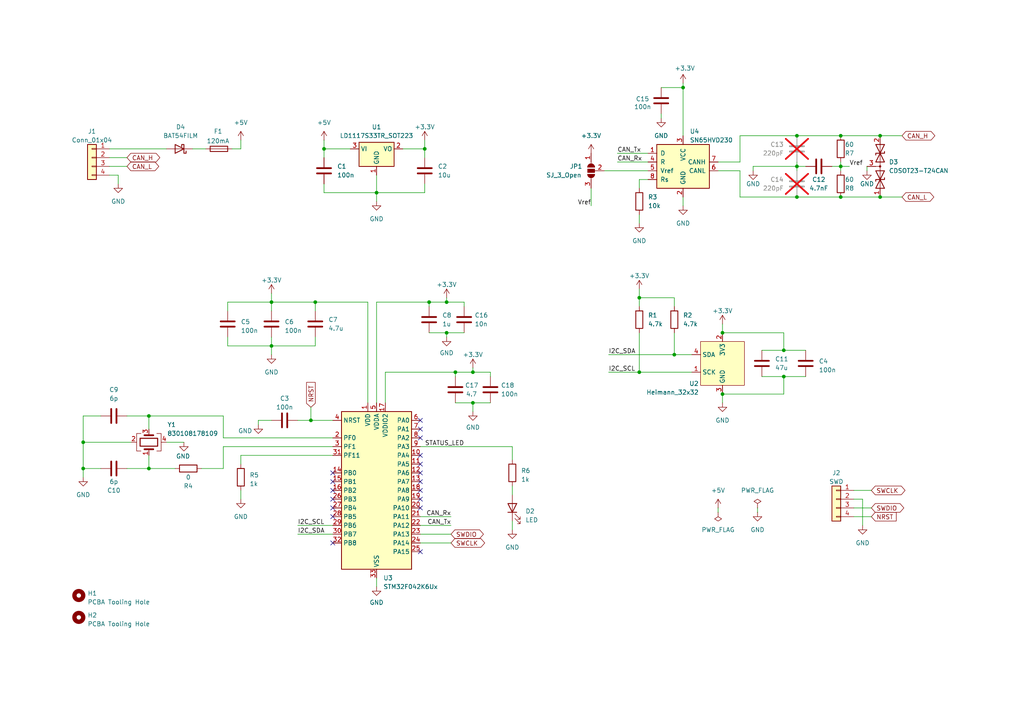
<source format=kicad_sch>
(kicad_sch (version 20231120) (generator "eeschema") (generator_version "8.0")
  (paper "A4")
  (lib_symbols
    (symbol "Connector_Generic:Conn_01x04" (pin_names (offset 1.016) hide)
      (property "Reference" "J" (at 0 5.08 0))
      (property "Value" "Conn_01x04" (at 0 -7.62 0))
      (symbol "Conn_01x04_1_1"
        (rectangle (start -1.27 -4.953) (end 0 -5.207) (stroke (width 0.1524)))
        (rectangle (start -1.27 -2.413) (end 0 -2.667) (stroke (width 0.1524)))
        (rectangle (start -1.27 0.127) (end 0 -0.127) (stroke (width 0.1524)))
        (rectangle (start -1.27 2.667) (end 0 2.413) (stroke (width 0.1524)))
        (rectangle (start -1.27 3.81) (end 1.27 -6.35) (stroke (width 0.254)) (fill (type background)))
        (pin passive line (at -5.08 2.54 0) (length 3.81) (name "Pin_1") (number "1"))
        (pin passive line (at -5.08 0 0) (length 3.81) (name "Pin_2") (number "2"))
        (pin passive line (at -5.08 -2.54 0) (length 3.81) (name "Pin_3") (number "3"))
        (pin passive line (at -5.08 -5.08 0) (length 3.81) (name "Pin_4") (number "4"))
      )
    )
    (symbol "Device:C" (pin_numbers hide) (pin_names (offset 0.254))
      (property "Reference" "C" (at 0.635 2.54 0))
      (property "Value" "C" (at 0.635 -2.54 0))
      (symbol "C_0_1"
        (polyline (pts (xy -2.032 -0.762) (xy 2.032 -0.762)) (stroke (width 0.508)))
        (polyline (pts (xy -2.032 0.762) (xy 2.032 0.762)) (stroke (width 0.508)))
      )
      (symbol "C_1_1"
        (pin passive line (at 0 3.81 270) (length 2.794) (name "~") (number "1"))
        (pin passive line (at 0 -3.81 90) (length 2.794) (name "~") (number "2"))
      )
    )
    (symbol "Device:D_Schottky" (pin_numbers hide) (pin_names (offset 1.016) hide)
      (property "Reference" "D" (at 0 2.54 0))
      (property "Value" "D_Schottky" (at 0 -2.54 0))
      (symbol "D_Schottky_0_1"
        (polyline (pts (xy 1.27 0) (xy -1.27 0)))
        (polyline (pts (xy 1.27 1.27) (xy 1.27 -1.27) (xy -1.27 0) (xy 1.27 1.27)) (stroke (width 0.254)))
        (polyline (pts (xy -1.905 0.635) (xy -1.905 1.27) (xy -1.27 1.27) (xy -1.27 -1.27) (xy -0.635 -1.27) (xy -0.635 -0.635)) (stroke (width 0.254)))
      )
      (symbol "D_Schottky_1_1"
        (pin passive line (at -3.81 0 0) (length 2.54) (name "K") (number "1"))
        (pin passive line (at 3.81 0 180) (length 2.54) (name "A") (number "2"))
      )
    )
    (symbol "Device:D_TVS_Dual_AAC" (pin_names (offset 1.016) hide)
      (property "Reference" "D" (at 0 4.445 0))
      (property "Value" "D_TVS_Dual_AAC" (at 0 2.54 0))
      (symbol "D_TVS_Dual_AAC_0_0"
        (polyline (pts (xy 0 -1.27) (xy 0 0)))
      )
      (symbol "D_TVS_Dual_AAC_0_1"
        (polyline (pts (xy -6.35 0) (xy 6.35 0)))
        (polyline (pts (xy -3.302 1.27) (xy -3.81 1.27) (xy -3.81 -1.27) (xy -4.318 -1.27)) (stroke (width 0.254)))
        (polyline (pts (xy 4.318 1.27) (xy 3.81 1.27) (xy 3.81 -1.27) (xy 3.302 -1.27)) (stroke (width 0.254)))
        (polyline (pts (xy -6.35 1.27) (xy -1.27 -1.27) (xy -1.27 1.27) (xy -6.35 -1.27) (xy -6.35 1.27)) (stroke (width 0.254)))
        (polyline (pts (xy 6.35 1.27) (xy 1.27 -1.27) (xy 1.27 1.27) (xy 6.35 -1.27) (xy 6.35 1.27)) (stroke (width 0.254)))
        (circle (center 0 0) (radius 0.254) (fill (type outline)))
      )
      (symbol "D_TVS_Dual_AAC_1_1"
        (pin passive line (at -8.89 0 0) (length 2.54) (name "A1") (number "1"))
        (pin passive line (at 8.89 0 180) (length 2.54) (name "A2") (number "2"))
        (pin input line (at 0 -3.81 90) (length 2.54) (name "common") (number "3"))
      )
    )
    (symbol "Device:Fuse" (pin_numbers hide) (pin_names (offset 0))
      (property "Reference" "F" (at 2.032 0 90))
      (property "Value" "Fuse" (at -1.905 0 90))
      (symbol "Fuse_0_1"
        (rectangle (start -0.762 -2.54) (end 0.762 2.54) (stroke (width 0.254)))
        (polyline (pts (xy 0 2.54) (xy 0 -2.54)))
      )
      (symbol "Fuse_1_1"
        (pin passive line (at 0 3.81 270) (length 1.27) (name "~") (number "1"))
        (pin passive line (at 0 -3.81 90) (length 1.27) (name "~") (number "2"))
      )
    )
    (symbol "Device:LED" (pin_numbers hide) (pin_names (offset 1.016) hide)
      (property "Reference" "D" (at 0 2.54 0))
      (property "Value" "LED" (at 0 -2.54 0))
      (symbol "LED_0_1"
        (polyline (pts (xy -1.27 -1.27) (xy -1.27 1.27)) (stroke (width 0.254)))
        (polyline (pts (xy -1.27 0) (xy 1.27 0)))
        (polyline (pts (xy 1.27 -1.27) (xy 1.27 1.27) (xy -1.27 0) (xy 1.27 -1.27)) (stroke (width 0.254)))
        (polyline (pts (xy -3.048 -0.762) (xy -4.572 -2.286) (xy -3.81 -2.286) (xy -4.572 -2.286) (xy -4.572 -1.524)))
        (polyline (pts (xy -1.778 -0.762) (xy -3.302 -2.286) (xy -2.54 -2.286) (xy -3.302 -2.286) (xy -3.302 -1.524)))
      )
      (symbol "LED_1_1"
        (pin passive line (at -3.81 0 0) (length 2.54) (name "K") (number "1"))
        (pin passive line (at 3.81 0 180) (length 2.54) (name "A") (number "2"))
      )
    )
    (symbol "Device:R" (pin_numbers hide) (pin_names (offset 0))
      (property "Reference" "R" (at 2.032 0 90))
      (property "Value" "R" (at 0 0 90))
      (symbol "R_0_1"
        (rectangle (start -1.016 -2.54) (end 1.016 2.54) (stroke (width 0.254)))
      )
      (symbol "R_1_1"
        (pin passive line (at 0 3.81 270) (length 1.27) (name "~") (number "1"))
        (pin passive line (at 0 -3.81 90) (length 1.27) (name "~") (number "2"))
      )
    )
    (symbol "FaSTTUBe_Crystals:830108178109" (pin_names (offset 1.016) hide)
      (property "Reference" "Y" (at 3.175 5.08 0))
      (property "Value" "830108178109" (at 3.175 3.175 0))
      (symbol "830108178109_0_1"
        (rectangle (start -1.143 2.54) (end 1.143 -2.54) (stroke (width 0.3048)))
        (polyline (pts (xy -2.54 0) (xy -2.032 0)))
        (polyline (pts (xy -2.032 -1.27) (xy -2.032 1.27)) (stroke (width 0.508)))
        (polyline (pts (xy 0 -3.81) (xy 0 -3.556)))
        (polyline (pts (xy 0 3.556) (xy 0 3.81)))
        (polyline (pts (xy 2.032 -1.27) (xy 2.032 1.27)) (stroke (width 0.508)))
        (polyline (pts (xy 2.032 0) (xy 2.54 0)))
        (polyline (pts (xy -2.54 -2.286) (xy -2.54 -3.556) (xy 2.54 -3.556) (xy 2.54 -2.286)))
        (polyline (pts (xy -2.54 2.286) (xy -2.54 3.556) (xy 2.54 3.556) (xy 2.54 2.286)))
      )
      (symbol "830108178109_1_1"
        (pin passive line (at -3.81 0 0) (length 1.27) (name "1") (number "1"))
        (pin passive line (at 0 5.08 270) (length 1.27) (name "2") (number "2"))
        (pin passive line (at 3.81 0 180) (length 1.27) (name "3") (number "3"))
        (pin passive line (at 0 -5.08 90) (length 1.27) (name "4") (number "4"))
      )
    )
    (symbol "GND_1" (power) (pin_numbers hide) (pin_names (offset 0) hide)
      (property "Value" "GND" (at 0 -3.81 0))
      (symbol "GND_1_0_1"
        (polyline (pts (xy 0 0) (xy 0 -1.27) (xy 1.27 -1.27) (xy 0 -2.54) (xy -1.27 -1.27) (xy 0 -1.27)))
      )
      (symbol "GND_1_1_1"
        (pin power_in line (at 0 0 270) (length 0) (name "~") (number "1"))
      )
    )
    (symbol "Interface_CAN_LIN:SN65HVD230" (pin_names (offset 1.016))
      (property "Reference" "U" (at -2.54 10.16 0))
      (property "Value" "SN65HVD230" (at -2.54 7.62 0))
      (symbol "SN65HVD230_0_1"
        (rectangle (start -7.62 5.08) (end 7.62 -7.62) (stroke (width 0.254)) (fill (type background)))
      )
      (symbol "SN65HVD230_1_1"
        (pin input line (at -10.16 2.54 0) (length 2.54) (name "D") (number "1"))
        (pin power_in line (at 0 -10.16 90) (length 2.54) (name "GND") (number "2"))
        (pin power_in line (at 0 7.62 270) (length 2.54) (name "VCC") (number "3"))
        (pin output line (at -10.16 0 0) (length 2.54) (name "R") (number "4"))
        (pin output line (at -10.16 -2.54 0) (length 2.54) (name "Vref") (number "5"))
        (pin bidirectional line (at 10.16 -2.54 180) (length 2.54) (name "CANL") (number "6"))
        (pin bidirectional line (at 10.16 0 180) (length 2.54) (name "CANH") (number "7"))
        (pin input line (at -10.16 -5.08 0) (length 2.54) (name "Rs") (number "8"))
      )
    )
    (symbol "Jumper:SolderJumper_3_Open" (pin_names (offset 0) hide)
      (property "Reference" "JP" (at -2.54 -2.54 0))
      (property "Value" "SolderJumper_3_Open" (at 0 2.794 0))
      (symbol "SolderJumper_3_Open_0_1"
        (arc (start -1.016 1.016) (mid -2.0276 0) (end -1.016 -1.016))
        (arc (start -1.016 1.016) (mid -2.0276 0) (end -1.016 -1.016) (fill (type outline)))
        (rectangle (start -0.508 1.016) (end 0.508 -1.016) (fill (type outline)))
        (polyline (pts (xy -2.54 0) (xy -2.032 0)))
        (polyline (pts (xy -1.016 1.016) (xy -1.016 -1.016)))
        (polyline (pts (xy 0 -1.27) (xy 0 -1.016)))
        (polyline (pts (xy 1.016 1.016) (xy 1.016 -1.016)))
        (polyline (pts (xy 2.54 0) (xy 2.032 0)))
        (arc (start 1.016 -1.016) (mid 2.0276 0) (end 1.016 1.016))
        (arc (start 1.016 -1.016) (mid 2.0276 0) (end 1.016 1.016) (fill (type outline)))
      )
      (symbol "SolderJumper_3_Open_1_1"
        (pin passive line (at -5.08 0 0) (length 2.54) (name "A") (number "1"))
        (pin passive line (at 0 -3.81 90) (length 2.54) (name "C") (number "2"))
        (pin passive line (at 5.08 0 180) (length 2.54) (name "B") (number "3"))
      )
    )
    (symbol "MCU_ST_STM32F0:STM32F042K6Ux"
      (property "Reference" "U" (at -10.16 24.13 0))
      (property "Value" "STM32F042K6Ux" (at 5.08 24.13 0))
      (symbol "STM32F042K6Ux_0_1"
        (rectangle (start -10.16 -22.86) (end 10.16 22.86) (stroke (width 0.254)) (fill (type background)))
      )
      (symbol "STM32F042K6Ux_1_1"
        (pin power_in line (at -2.54 25.4 270) (length 2.54) (name "VDD") (number "1"))
        (pin bidirectional line (at 12.7 10.16 180) (length 2.54) (name "PA4") (number "10"))
        (pin bidirectional line (at 12.7 7.62 180) (length 2.54) (name "PA5") (number "11"))
        (pin bidirectional line (at 12.7 5.08 180) (length 2.54) (name "PA6") (number "12"))
        (pin bidirectional line (at 12.7 2.54 180) (length 2.54) (name "PA7") (number "13"))
        (pin bidirectional line (at -12.7 5.08 0) (length 2.54) (name "PB0") (number "14"))
        (pin bidirectional line (at -12.7 2.54 0) (length 2.54) (name "PB1") (number "15"))
        (pin bidirectional line (at -12.7 0 0) (length 2.54) (name "PB2") (number "16"))
        (pin power_in line (at 2.54 25.4 270) (length 2.54) (name "VDDIO2") (number "17"))
        (pin bidirectional line (at 12.7 0 180) (length 2.54) (name "PA8") (number "18"))
        (pin bidirectional line (at 12.7 -2.54 180) (length 2.54) (name "PA9") (number "19"))
        (pin bidirectional line (at -12.7 15.24 0) (length 2.54) (name "PF0") (number "2"))
        (pin bidirectional line (at 12.7 -5.08 180) (length 2.54) (name "PA10") (number "20"))
        (pin bidirectional line (at 12.7 -7.62 180) (length 2.54) (name "PA11") (number "21"))
        (pin bidirectional line (at 12.7 -10.16 180) (length 2.54) (name "PA12") (number "22"))
        (pin bidirectional line (at 12.7 -12.7 180) (length 2.54) (name "PA13") (number "23"))
        (pin bidirectional line (at 12.7 -15.24 180) (length 2.54) (name "PA14") (number "24"))
        (pin bidirectional line (at 12.7 -17.78 180) (length 2.54) (name "PA15") (number "25"))
        (pin bidirectional line (at -12.7 -2.54 0) (length 2.54) (name "PB3") (number "26"))
        (pin bidirectional line (at -12.7 -5.08 0) (length 2.54) (name "PB4") (number "27"))
        (pin bidirectional line (at -12.7 -7.62 0) (length 2.54) (name "PB5") (number "28"))
        (pin bidirectional line (at -12.7 -10.16 0) (length 2.54) (name "PB6") (number "29"))
        (pin bidirectional line (at -12.7 12.7 0) (length 2.54) (name "PF1") (number "3"))
        (pin bidirectional line (at -12.7 -12.7 0) (length 2.54) (name "PB7") (number "30"))
        (pin bidirectional line (at -12.7 10.16 0) (length 2.54) (name "PF11") (number "31"))
        (pin bidirectional line (at -12.7 -15.24 0) (length 2.54) (name "PB8") (number "32"))
        (pin power_in line (at 0 -25.4 90) (length 2.54) (name "VSS") (number "33"))
        (pin input line (at -12.7 20.32 0) (length 2.54) (name "NRST") (number "4"))
        (pin power_in line (at 0 25.4 270) (length 2.54) (name "VDDA") (number "5"))
        (pin bidirectional line (at 12.7 20.32 180) (length 2.54) (name "PA0") (number "6"))
        (pin bidirectional line (at 12.7 17.78 180) (length 2.54) (name "PA1") (number "7"))
        (pin bidirectional line (at 12.7 15.24 180) (length 2.54) (name "PA2") (number "8"))
        (pin bidirectional line (at 12.7 12.7 180) (length 2.54) (name "PA3") (number "9"))
      )
    )
    (symbol "Mechanical:MountingHole" (pin_names (offset 1.016))
      (property "Reference" "H" (at 0 5.08 0))
      (property "Value" "MountingHole" (at 0 3.175 0))
      (symbol "MountingHole_0_1"
        (circle (center 0 0) (radius 1.27) (stroke (width 1.27)))
      )
    )
    (symbol "Regulator_Linear:LD1117S33TR_SOT223"
      (property "Reference" "U" (at -3.81 3.175 0))
      (property "Value" "LD1117S33TR_SOT223" (at 0 3.175 0))
      (symbol "LD1117S33TR_SOT223_0_1"
        (rectangle (start -5.08 -5.08) (end 5.08 1.905) (stroke (width 0.254)) (fill (type background)))
      )
      (symbol "LD1117S33TR_SOT223_1_1"
        (pin power_in line (at 0 -7.62 90) (length 2.54) (name "GND") (number "1"))
        (pin power_out line (at 7.62 0 180) (length 2.54) (name "VO") (number "2"))
        (pin power_in line (at -7.62 0 0) (length 2.54) (name "VI") (number "3"))
      )
    )
    (symbol "TTS:Heimann_16x16"
      (property "Reference" "U" (at 0 0 0))
      (property "Value" "Heimann_16x16" (at 0 0 0))
      (symbol "Heimann_16x16_0_1"
        (rectangle (start -6.35 6.35) (end 6.35 -6.35) (fill (type background)))
      )
      (symbol "Heimann_16x16_1_1"
        (pin bidirectional line (at 8.89 -2.54 180) (length 2.54) (name "SCK") (number "1"))
        (pin power_in line (at 0 8.89 270) (length 2.54) (name "3V3") (number "2"))
        (pin power_in line (at 0 -8.89 90) (length 2.54) (name "GND") (number "3"))
        (pin bidirectional line (at 8.89 2.54 180) (length 2.54) (name "SDA") (number "4"))
      )
    )
    (symbol "power:+3.3V" (power) (pin_names (offset 0))
      (property "Value" "+3.3V" (at 0 3.556 0))
      (symbol "+3.3V_0_1"
        (polyline (pts (xy -0.762 1.27) (xy 0 2.54)))
        (polyline (pts (xy 0 0) (xy 0 2.54)))
        (polyline (pts (xy 0 2.54) (xy 0.762 1.27)))
      )
      (symbol "+3.3V_1_1"
        (pin power_in line (at 0 0 90) (length 0) hide (name "+3.3V") (number "1"))
      )
    )
    (symbol "power:+5V" (power) (pin_numbers hide) (pin_names (offset 0) hide)
      (property "Value" "+5V" (at 0 3.556 0))
      (symbol "+5V_0_1"
        (polyline (pts (xy -0.762 1.27) (xy 0 2.54)))
        (polyline (pts (xy 0 0) (xy 0 2.54)))
        (polyline (pts (xy 0 2.54) (xy 0.762 1.27)))
      )
      (symbol "+5V_1_1"
        (pin power_in line (at 0 0 90) (length 0) (name "~") (number "1"))
      )
    )
    (symbol "power:GND" (power) (pin_names (offset 0))
      (property "Value" "GND" (at 0 -3.81 0))
      (symbol "GND_0_1"
        (polyline (pts (xy 0 0) (xy 0 -1.27) (xy 1.27 -1.27) (xy 0 -2.54) (xy -1.27 -1.27) (xy 0 -1.27)))
      )
      (symbol "GND_1_1"
        (pin power_in line (at 0 0 270) (length 0) hide (name "GND") (number "1"))
      )
    )
    (symbol "power:PWR_FLAG" (power) (pin_numbers hide) (pin_names (offset 0) hide)
      (property "Value" "PWR_FLAG" (at 0 3.81 0))
      (symbol "PWR_FLAG_0_0"
        (pin power_out line (at 0 0 90) (length 0) (name "~") (number "1"))
      )
      (symbol "PWR_FLAG_0_1"
        (polyline (pts (xy 0 0) (xy 0 1.27) (xy -1.016 1.905) (xy 0 2.54) (xy 1.016 1.905) (xy 0 1.27)))
      )
    )
  )
  (junction (at 91.44 87.63))
  (junction (at 137.16 107.95))
  (junction (at 243.84 48.26))
  (junction (at 78.74 87.63))
  (junction (at 43.18 120.65))
  (junction (at 43.18 135.89))
  (junction (at 24.13 135.89))
  (junction (at 231.14 48.26))
  (junction (at 132.08 107.95))
  (junction (at 227.33 101.6))
  (junction (at 231.14 57.15))
  (junction (at 109.22 55.88))
  (junction (at 243.84 39.37))
  (junction (at 93.98 43.18))
  (junction (at 255.27 57.15))
  (junction (at 124.46 87.63))
  (junction (at 227.33 109.22))
  (junction (at 231.14 39.37))
  (junction (at 198.12 25.4))
  (junction (at 129.54 96.52))
  (junction (at 78.74 100.33))
  (junction (at 129.54 87.63))
  (junction (at 209.55 114.3))
  (junction (at 137.16 116.84))
  (junction (at 209.55 96.52))
  (junction (at 123.19 43.18))
  (junction (at 185.42 107.95))
  (junction (at 24.13 128.27))
  (junction (at 195.58 102.87))
  (junction (at 243.84 57.15))
  (junction (at 185.42 86.36))
  (junction (at 255.27 39.37))
  (junction (at 90.17 121.92))
  (no_connect (at 121.92 127))
  (no_connect (at 96.52 147.32))
  (no_connect (at 121.92 139.7))
  (no_connect (at 96.52 149.86))
  (no_connect (at 121.92 124.46))
  (no_connect (at 96.52 137.16))
  (no_connect (at 96.52 144.78))
  (no_connect (at 121.92 134.62))
  (no_connect (at 121.92 144.78))
  (no_connect (at 96.52 139.7))
  (no_connect (at 121.92 142.24))
  (no_connect (at 121.92 132.08))
  (no_connect (at 96.52 157.48))
  (no_connect (at 121.92 160.02))
  (no_connect (at 96.52 142.24))
  (no_connect (at 121.92 137.16))
  (no_connect (at 121.92 121.92))
  (no_connect (at 121.92 147.32))
  (wire (pts (xy 121.92 157.48) (xy 130.81 157.48)))
  (wire (pts (xy 148.59 151.13) (xy 148.59 153.67)))
  (wire (pts (xy 124.46 87.63) (xy 124.46 88.9)))
  (wire (pts (xy 142.24 107.95) (xy 142.24 109.22)))
  (wire (pts (xy 78.74 87.63) (xy 66.04 87.63)))
  (wire (pts (xy 78.74 97.79) (xy 78.74 100.33)))
  (wire (pts (xy 43.18 135.89) (xy 50.8 135.89)))
  (wire (pts (xy 116.84 43.18) (xy 123.19 43.18)))
  (wire (pts (xy 78.74 100.33) (xy 91.44 100.33)))
  (wire (pts (xy 74.93 123.19) (xy 74.93 121.92)))
  (wire (pts (xy 218.44 49.53) (xy 218.44 48.26)))
  (wire (pts (xy 31.75 48.26) (xy 36.83 48.26)))
  (wire (pts (xy 109.22 167.64) (xy 109.22 170.18)))
  (wire (pts (xy 69.85 134.62) (xy 69.85 132.08)))
  (wire (pts (xy 58.42 135.89) (xy 64.77 135.89)))
  (wire (pts (xy 179.07 44.45) (xy 187.96 44.45)))
  (wire (pts (xy 31.75 45.72) (xy 36.83 45.72)))
  (wire (pts (xy 255.27 39.37) (xy 243.84 39.37)))
  (wire (pts (xy 191.77 25.4) (xy 198.12 25.4)))
  (wire (pts (xy 129.54 96.52) (xy 134.62 96.52)))
  (wire (pts (xy 137.16 107.95) (xy 142.24 107.95)))
  (wire (pts (xy 36.83 120.65) (xy 43.18 120.65)))
  (wire (pts (xy 121.92 149.86) (xy 130.81 149.86)))
  (wire (pts (xy 220.98 109.22) (xy 227.33 109.22)))
  (wire (pts (xy 176.53 102.87) (xy 195.58 102.87)))
  (wire (pts (xy 121.92 154.94) (xy 130.81 154.94)))
  (wire (pts (xy 185.42 83.82) (xy 185.42 86.36)))
  (wire (pts (xy 24.13 135.89) (xy 24.13 138.43)))
  (wire (pts (xy 109.22 50.8) (xy 109.22 55.88)))
  (wire (pts (xy 86.36 121.92) (xy 90.17 121.92)))
  (wire (pts (xy 255.27 57.15) (xy 243.84 57.15)))
  (wire (pts (xy 24.13 128.27) (xy 24.13 135.89)))
  (wire (pts (xy 106.68 87.63) (xy 91.44 87.63)))
  (wire (pts (xy 29.21 120.65) (xy 24.13 120.65)))
  (wire (pts (xy 91.44 100.33) (xy 91.44 97.79)))
  (wire (pts (xy 247.65 142.24) (xy 252.73 142.24)))
  (wire (pts (xy 134.62 87.63) (xy 134.62 88.9)))
  (wire (pts (xy 86.36 154.94) (xy 96.52 154.94)))
  (wire (pts (xy 243.84 46.99) (xy 243.84 48.26)))
  (wire (pts (xy 64.77 120.65) (xy 64.77 127)))
  (wire (pts (xy 171.45 59.69) (xy 171.45 54.61)))
  (wire (pts (xy 227.33 96.52) (xy 227.33 101.6)))
  (wire (pts (xy 246.38 48.26) (xy 243.84 48.26)))
  (wire (pts (xy 148.59 140.97) (xy 148.59 143.51)))
  (wire (pts (xy 123.19 43.18) (xy 123.19 45.72)))
  (wire (pts (xy 111.76 116.84) (xy 111.76 107.95)))
  (wire (pts (xy 124.46 87.63) (xy 129.54 87.63)))
  (wire (pts (xy 109.22 87.63) (xy 109.22 116.84)))
  (wire (pts (xy 243.84 39.37) (xy 231.14 39.37)))
  (wire (pts (xy 24.13 120.65) (xy 24.13 128.27)))
  (wire (pts (xy 121.92 129.54) (xy 148.59 129.54)))
  (wire (pts (xy 132.08 107.95) (xy 137.16 107.95)))
  (wire (pts (xy 214.63 46.99) (xy 214.63 39.37)))
  (wire (pts (xy 247.65 149.86) (xy 252.73 149.86)))
  (wire (pts (xy 219.71 147.32) (xy 219.71 148.59)))
  (wire (pts (xy 137.16 106.68) (xy 137.16 107.95)))
  (wire (pts (xy 59.69 43.18) (xy 55.88 43.18)))
  (wire (pts (xy 34.29 50.8) (xy 31.75 50.8)))
  (wire (pts (xy 34.29 53.34) (xy 34.29 50.8)))
  (wire (pts (xy 121.92 152.4) (xy 130.81 152.4)))
  (wire (pts (xy 109.22 55.88) (xy 123.19 55.88)))
  (wire (pts (xy 74.93 121.92) (xy 78.74 121.92)))
  (wire (pts (xy 214.63 49.53) (xy 214.63 57.15)))
  (wire (pts (xy 195.58 88.9) (xy 195.58 86.36)))
  (wire (pts (xy 93.98 40.64) (xy 93.98 43.18)))
  (wire (pts (xy 195.58 102.87) (xy 195.58 96.52)))
  (wire (pts (xy 185.42 86.36) (xy 185.42 88.9)))
  (wire (pts (xy 185.42 107.95) (xy 200.66 107.95)))
  (wire (pts (xy 231.14 49.53) (xy 231.14 48.26)))
  (wire (pts (xy 209.55 114.3) (xy 227.33 114.3)))
  (wire (pts (xy 91.44 87.63) (xy 78.74 87.63)))
  (wire (pts (xy 227.33 109.22) (xy 233.68 109.22)))
  (wire (pts (xy 24.13 135.89) (xy 29.21 135.89)))
  (wire (pts (xy 78.74 85.09) (xy 78.74 87.63)))
  (wire (pts (xy 247.65 147.32) (xy 252.73 147.32)))
  (wire (pts (xy 43.18 120.65) (xy 64.77 120.65)))
  (wire (pts (xy 195.58 102.87) (xy 200.66 102.87)))
  (wire (pts (xy 111.76 107.95) (xy 132.08 107.95)))
  (wire (pts (xy 123.19 40.64) (xy 123.19 43.18)))
  (wire (pts (xy 129.54 96.52) (xy 129.54 97.79)))
  (wire (pts (xy 43.18 132.08) (xy 43.18 135.89)))
  (wire (pts (xy 123.19 55.88) (xy 123.19 53.34)))
  (wire (pts (xy 124.46 96.52) (xy 129.54 96.52)))
  (wire (pts (xy 214.63 57.15) (xy 231.14 57.15)))
  (wire (pts (xy 227.33 109.22) (xy 227.33 114.3)))
  (wire (pts (xy 109.22 55.88) (xy 109.22 58.42)))
  (wire (pts (xy 64.77 127) (xy 96.52 127)))
  (wire (pts (xy 261.62 57.15) (xy 255.27 57.15)))
  (wire (pts (xy 90.17 118.11) (xy 90.17 121.92)))
  (wire (pts (xy 36.83 135.89) (xy 43.18 135.89)))
  (wire (pts (xy 137.16 116.84) (xy 142.24 116.84)))
  (wire (pts (xy 129.54 86.36) (xy 129.54 87.63)))
  (wire (pts (xy 24.13 128.27) (xy 38.1 128.27)))
  (wire (pts (xy 93.98 53.34) (xy 93.98 55.88)))
  (wire (pts (xy 175.26 49.53) (xy 187.96 49.53)))
  (wire (pts (xy 78.74 100.33) (xy 78.74 102.87)))
  (wire (pts (xy 185.42 52.07) (xy 187.96 52.07)))
  (wire (pts (xy 208.28 49.53) (xy 214.63 49.53)))
  (wire (pts (xy 243.84 48.26) (xy 241.3 48.26)))
  (wire (pts (xy 208.28 147.32) (xy 208.28 148.59)))
  (wire (pts (xy 251.46 49.53) (xy 251.46 48.26)))
  (wire (pts (xy 137.16 116.84) (xy 137.16 119.38)))
  (wire (pts (xy 93.98 43.18) (xy 101.6 43.18)))
  (wire (pts (xy 250.19 144.78) (xy 250.19 152.4)))
  (wire (pts (xy 243.84 49.53) (xy 243.84 48.26)))
  (wire (pts (xy 69.85 142.24) (xy 69.85 144.78)))
  (wire (pts (xy 109.22 87.63) (xy 124.46 87.63)))
  (wire (pts (xy 86.36 152.4) (xy 96.52 152.4)))
  (wire (pts (xy 132.08 116.84) (xy 137.16 116.84)))
  (wire (pts (xy 66.04 87.63) (xy 66.04 90.17)))
  (wire (pts (xy 261.62 39.37) (xy 255.27 39.37)))
  (wire (pts (xy 176.53 107.95) (xy 185.42 107.95)))
  (wire (pts (xy 69.85 132.08) (xy 96.52 132.08)))
  (wire (pts (xy 185.42 54.61) (xy 185.42 52.07)))
  (wire (pts (xy 48.26 128.27) (xy 53.34 128.27)))
  (wire (pts (xy 67.31 43.18) (xy 69.85 43.18)))
  (wire (pts (xy 198.12 24.13) (xy 198.12 25.4)))
  (wire (pts (xy 69.85 43.18) (xy 69.85 40.64)))
  (wire (pts (xy 90.17 121.92) (xy 96.52 121.92)))
  (wire (pts (xy 231.14 46.99) (xy 231.14 48.26)))
  (wire (pts (xy 132.08 107.95) (xy 132.08 109.22)))
  (wire (pts (xy 195.58 86.36) (xy 185.42 86.36)))
  (wire (pts (xy 78.74 87.63) (xy 78.74 90.17)))
  (wire (pts (xy 209.55 114.3) (xy 209.55 116.84)))
  (wire (pts (xy 31.75 43.18) (xy 48.26 43.18)))
  (wire (pts (xy 209.55 93.98) (xy 209.55 96.52)))
  (wire (pts (xy 106.68 87.63) (xy 106.68 116.84)))
  (wire (pts (xy 243.84 57.15) (xy 231.14 57.15)))
  (wire (pts (xy 220.98 101.6) (xy 227.33 101.6)))
  (wire (pts (xy 93.98 55.88) (xy 109.22 55.88)))
  (wire (pts (xy 148.59 129.54) (xy 148.59 133.35)))
  (wire (pts (xy 198.12 25.4) (xy 198.12 39.37)))
  (wire (pts (xy 185.42 62.23) (xy 185.42 64.77)))
  (wire (pts (xy 43.18 120.65) (xy 43.18 124.46)))
  (wire (pts (xy 208.28 46.99) (xy 214.63 46.99)))
  (wire (pts (xy 233.68 48.26) (xy 231.14 48.26)))
  (wire (pts (xy 214.63 39.37) (xy 231.14 39.37)))
  (wire (pts (xy 66.04 100.33) (xy 78.74 100.33)))
  (wire (pts (xy 198.12 57.15) (xy 198.12 59.69)))
  (wire (pts (xy 191.77 34.29) (xy 191.77 33.02)))
  (wire (pts (xy 185.42 107.95) (xy 185.42 96.52)))
  (wire (pts (xy 227.33 101.6) (xy 233.68 101.6)))
  (wire (pts (xy 179.07 46.99) (xy 187.96 46.99)))
  (wire (pts (xy 66.04 97.79) (xy 66.04 100.33)))
  (wire (pts (xy 91.44 90.17) (xy 91.44 87.63)))
  (wire (pts (xy 96.52 129.54) (xy 64.77 129.54)))
  (wire (pts (xy 209.55 96.52) (xy 227.33 96.52)))
  (wire (pts (xy 247.65 144.78) (xy 250.19 144.78)))
  (wire (pts (xy 129.54 87.63) (xy 134.62 87.63)))
  (wire (pts (xy 93.98 43.18) (xy 93.98 45.72)))
  (wire (pts (xy 64.77 129.54) (xy 64.77 135.89)))
  (wire (pts (xy 218.44 48.26) (xy 231.14 48.26)))
  (label "CAN_Tx" (at 130.81 152.4 180))
  (label "I2C_SDA" (at 86.36 154.94 0))
  (label "CAN_Rx" (at 130.81 149.86 180))
  (label "Vref" (at 171.45 59.69 180))
  (label "Vref" (at 246.38 48.26 0))
  (label "I2C_SCL" (at 86.36 152.4 0))
  (label "CAN_Rx" (at 179.07 46.99 0))
  (label "I2C_SDA" (at 176.53 102.87 0))
  (label "I2C_SCL" (at 176.53 107.95 0))
  (label "STATUS_LED" (at 134.62 129.54 180))
  (label "CAN_Tx" (at 179.07 44.45 0))
  (global_label "SWCLK" (shape bidirectional) (at 130.81 157.48 0) (property "Intersheetrefs" "${INTERSHEET_REFS}" (effects (hide yes))))
  (global_label "CAN_L" (shape bidirectional) (at 261.62 57.15 0) (property "Intersheetrefs" "${INTERSHEET_REFS}" (effects (hide yes))))
  (global_label "SWDIO" (shape bidirectional) (at 252.73 147.32 0) (property "Intersheetrefs" "${INTERSHEET_REFS}" (effects (hide yes))))
  (global_label "CAN_H" (shape bidirectional) (at 261.62 39.37 0) (property "Intersheetrefs" "${INTERSHEET_REFS}" (effects (hide yes))))
  (global_label "CAN_L" (shape bidirectional) (at 36.83 48.26 0) (property "Intersheetrefs" "${INTERSHEET_REFS}" (effects (hide yes))))
  (global_label "CAN_H" (shape bidirectional) (at 36.83 45.72 0) (property "Intersheetrefs" "${INTERSHEET_REFS}" (effects (hide yes))))
  (global_label "SWDIO" (shape bidirectional) (at 130.81 154.94 0) (property "Intersheetrefs" "${INTERSHEET_REFS}" (effects (hide yes))))
  (global_label "NRST" (shape input) (at 252.73 149.86 0) (property "Intersheetrefs" "${INTERSHEET_REFS}" (effects (hide yes))))
  (global_label "NRST" (shape input) (at 90.17 118.11 90) (property "Intersheetrefs" "${INTERSHEET_REFS}" (effects (hide yes))))
  (global_label "SWCLK" (shape bidirectional) (at 252.73 142.24 0) (property "Intersheetrefs" "${INTERSHEET_REFS}" (effects (hide yes))))
  (symbol (lib_id "FaSTTUBe_Crystals:830108178109") (at 43.18 128.27 90) (unit 1)
    (property "Reference" "Y1" (at 49.784 123.19 90))
    (property "Value" "830108178109" (at 55.88 125.73 90))
    (property "Footprint" "Crystal:Crystal_SMD_2016-4Pin_2.0x1.6mm" (effects (hide yes)))
    (property "Datasheet" "https://www.we-online.com/components/products/datasheet/830108178109.pdf" (effects (hide yes)))
    (property "Description" "16.0MHz Load Capacitance (CL) 8.00pF, Shunt Capacitance (C0) 3pF max" (effects (hide yes)))
  )
  (symbol (lib_id "Device:C") (at 66.04 93.98 0) (unit 1)
    (property "Reference" "C5" (at 69.85 93.345 0) (effects (justify left)))
    (property "Value" "100n" (at 69.85 95.885 0) (effects (justify left)))
    (property "Footprint" "Capacitor_SMD:C_0402_1005Metric" (effects (hide yes)))
    (property "LCSC" "C307331" (effects (hide yes)))
  )
  (symbol (lib_id "Device:C") (at 91.44 93.98 0) (unit 1)
    (property "Reference" "C7" (at 95.25 92.7099 0) (effects (justify left)))
    (property "Value" "4.7u" (at 95.25 95.2499 0) (effects (justify left)))
    (property "Footprint" "Capacitor_SMD:C_0402_1005Metric" (effects (hide yes)))
    (property "LCSC" "C307331" (effects (hide yes)))
  )
  (symbol (lib_name "GND_1") (lib_id "power:GND") (at 219.71 148.59 0) (unit 1)
    (property "Reference" "#PWR029" (effects (hide yes)))
    (property "Value" "GND" (at 219.71 153.67 0))
    (property "Description" "Power symbol creates a global label with name \"GND\" , ground" (effects (hide yes)))
  )
  (symbol (lib_id "Device:C") (at 93.98 49.53 0) (unit 1)
    (property "Reference" "C1" (at 97.79 48.2599 0) (effects (justify left)))
    (property "Value" "100n" (at 97.79 50.7999 0) (effects (justify left)))
    (property "Footprint" "Capacitor_SMD:C_0603_1608Metric" (effects (hide yes)))
    (property "LCSC" "C15849" (effects (hide yes)))
  )
  (symbol (lib_id "Device:Fuse") (at 63.5 43.18 90) (unit 1)
    (property "Reference" "F1" (at 64.516 38.1 90) (effects (justify left)))
    (property "Value" "120mA" (at 66.548 40.894 90) (effects (justify left)))
    (property "Footprint" "Fuse:Fuse_1206_3216Metric" (effects (hide yes)))
    (property "Datasheet" "https://www.mouser.de/ProductDetail/Eaton-Electronics/PTS120616V025?qs=QmibqUXyDhQ7IcVi%2FHaiRg%3D%3D" (effects (hide yes)))
  )
  (symbol (lib_id "power:GND") (at 78.74 102.87 0) (unit 1)
    (property "Reference" "#PWR014" (effects (hide yes)))
    (property "Value" "GND" (at 78.74 107.95 0))
  )
  (symbol (lib_id "Device:R") (at 54.61 135.89 90) (mirror x) (unit 1)
    (property "Reference" "R4" (at 54.61 140.97 90))
    (property "Value" "0" (at 54.61 138.43 90))
    (property "Footprint" "Resistor_SMD:R_0402_1005Metric" (effects (hide yes)))
    (property "LCSC" "C17168" (effects (hide yes)))
  )
  (symbol (lib_id "Device:C") (at 33.02 120.65 90) (unit 1)
    (property "Reference" "C9" (at 33.02 113.03 90))
    (property "Value" "6p" (at 33.02 115.57 90))
    (property "Footprint" "Capacitor_SMD:C_0402_1005Metric" (effects (hide yes)))
    (property "LCSC" "C1549" (effects (hide yes)))
  )
  (symbol (lib_id "power:+3.3V") (at 78.74 85.09 0) (unit 1)
    (property "Reference" "#PWR04" (effects (hide yes)))
    (property "Value" "+3.3V" (at 78.74 81.28 0))
  )
  (symbol (lib_id "Device:C") (at 233.68 105.41 0) (unit 1)
    (property "Reference" "C4" (at 237.49 104.775 0) (effects (justify left)))
    (property "Value" "100n" (at 237.49 107.315 0) (effects (justify left)))
    (property "Footprint" "Capacitor_SMD:C_0402_1005Metric" (effects (hide yes)))
    (property "LCSC" "C307331" (effects (hide yes)))
  )
  (symbol (lib_id "power:GND") (at 191.77 34.29 0) (unit 1)
    (property "Reference" "#PWR027" (effects (hide yes)))
    (property "Value" "GND" (at 191.77 39.37 0))
  )
  (symbol (lib_id "Device:C") (at 231.14 43.18 0) (mirror y) (unit 1) (dnp yes)
    (property "Reference" "C13" (at 227.33 41.91 0) (effects (justify left)))
    (property "Value" "220pF" (at 227.33 44.45 0) (effects (justify left)))
    (property "Footprint" "Capacitor_SMD:C_0603_1608Metric_Pad1.08x0.95mm_HandSolder" (effects (hide yes)))
  )
  (symbol (lib_id "Device:D_TVS_Dual_AAC") (at 255.27 48.26 270) (mirror x) (unit 1)
    (property "Reference" "D3" (at 257.81 46.99 90) (effects (justify left)))
    (property "Value" "CDSOT23-T24CAN" (at 257.81 49.53 90) (effects (justify left)))
    (property "Footprint" "Package_TO_SOT_SMD:SOT-23" (effects (hide yes)))
  )
  (symbol (lib_id "power:+3.3V") (at 137.16 106.68 0) (unit 1)
    (property "Reference" "#PWR017" (effects (hide yes)))
    (property "Value" "+3.3V" (at 137.16 102.87 0))
  )
  (symbol (lib_id "power:GND") (at 137.16 119.38 0) (unit 1)
    (property "Reference" "#PWR018" (effects (hide yes)))
    (property "Value" "GND" (at 137.16 123.952 0))
  )
  (symbol (lib_id "Device:LED") (at 148.59 147.32 90) (unit 1)
    (property "Reference" "D2" (at 152.4 148.2725 90) (effects (justify right)))
    (property "Value" "LED" (at 152.4 150.8125 90) (effects (justify right)))
    (property "Footprint" "LED_SMD:LED_0603_1608Metric" (effects (hide yes)))
    (property "LCSC" "C2286" (effects (hide yes)))
  )
  (symbol (lib_id "power:+5V") (at 208.28 147.32 0) (unit 1)
    (property "Reference" "#PWR028" (effects (hide yes)))
    (property "Value" "+5V" (at 208.28 142.24 0))
    (property "Description" "Power symbol creates a global label with name \"+5V\"" (effects (hide yes)))
  )
  (symbol (lib_id "Device:C") (at 237.49 48.26 270) (mirror x) (unit 1)
    (property "Reference" "C12" (at 237.49 52.07 90))
    (property "Value" "4.7nF" (at 237.49 54.61 90))
    (property "Footprint" "Capacitor_SMD:C_0603_1608Metric_Pad1.08x0.95mm_HandSolder" (effects (hide yes)))
  )
  (symbol (lib_id "power:+5V") (at 69.85 40.64 0) (unit 1)
    (property "Reference" "#PWR030" (effects (hide yes)))
    (property "Value" "+5V" (at 69.85 35.56 0))
    (property "Description" "Power symbol creates a global label with name \"+5V\"" (effects (hide yes)))
  )
  (symbol (lib_id "Device:R") (at 243.84 43.18 0) (mirror x) (unit 1)
    (property "Reference" "R7" (at 246.38 44.45 0))
    (property "Value" "60" (at 246.38 41.91 0))
    (property "Footprint" "Resistor_SMD:R_0603_1608Metric_Pad0.98x0.95mm_HandSolder" (effects (hide yes)))
  )
  (symbol (lib_id "Device:C") (at 82.55 121.92 90) (unit 1)
    (property "Reference" "C3" (at 82.55 115.57 90))
    (property "Value" "100n" (at 82.55 118.11 90))
    (property "Footprint" "Capacitor_SMD:C_0402_1005Metric" (effects (hide yes)))
    (property "LCSC" "C307331" (effects (hide yes)))
  )
  (symbol (lib_id "Device:C") (at 134.62 92.71 0) (unit 1)
    (property "Reference" "C16" (at 137.668 91.44 0) (effects (justify left)))
    (property "Value" "10n" (at 137.668 93.98 0) (effects (justify left)))
    (property "Footprint" "Capacitor_SMD:C_0402_1005Metric" (effects (hide yes)))
    (property "LCSC" "C307331" (effects (hide yes)))
  )
  (symbol (lib_id "Mechanical:MountingHole") (at 22.86 172.72 0) (unit 1)
    (property "Reference" "H1" (at 25.4 172.085 0) (effects (justify left)))
    (property "Value" "PCBA Tooling Hole" (at 25.4 174.625 0) (effects (justify left)))
    (property "Footprint" "TTS:JLCPCBA_ToolingHole" (effects (hide yes)))
  )
  (symbol (lib_id "power:GND") (at 198.12 59.69 0) (unit 1)
    (property "Reference" "#PWR011" (effects (hide yes)))
    (property "Value" "GND" (at 198.12 64.77 0))
  )
  (symbol (lib_id "Connector_Generic:Conn_01x04") (at 26.67 45.72 0) (mirror y) (unit 1)
    (property "Reference" "J1" (at 26.67 38.1 0))
    (property "Value" "Conn_01x04" (at 26.67 40.64 0))
    (property "Footprint" "Connector_Wire:SolderWire-0.25sqmm_1x04_P4.2mm_D0.65mm_OD1.7mm" (effects (hide yes)))
  )
  (symbol (lib_id "power:GND") (at 34.29 53.34 0) (unit 1)
    (property "Reference" "#PWR02" (effects (hide yes)))
    (property "Value" "GND" (at 34.29 58.42 0))
  )
  (symbol (lib_id "Device:R") (at 185.42 58.42 0) (unit 1)
    (property "Reference" "R3" (at 187.96 57.1499 0) (effects (justify left)))
    (property "Value" "10k" (at 187.96 59.6899 0) (effects (justify left)))
    (property "Footprint" "Resistor_SMD:R_0402_1005Metric" (effects (hide yes)))
    (property "LCSC" "C17168" (effects (hide yes)))
  )
  (symbol (lib_id "power:+3.3V") (at 209.55 93.98 0) (unit 1)
    (property "Reference" "#PWR07" (effects (hide yes)))
    (property "Value" "+3.3V" (at 209.55 90.17 0))
  )
  (symbol (lib_id "power:+3.3V") (at 198.12 24.13 0) (unit 1)
    (property "Reference" "#PWR09" (effects (hide yes)))
    (property "Value" "+3.3V" (at 198.628 19.812 0))
  )
  (symbol (lib_id "Mechanical:MountingHole") (at 22.86 179.07 0) (unit 1)
    (property "Reference" "H2" (at 25.4 178.435 0) (effects (justify left)))
    (property "Value" "PCBA Tooling Hole" (at 25.4 180.975 0) (effects (justify left)))
    (property "Footprint" "TTS:JLCPCBA_ToolingHole" (effects (hide yes)))
  )
  (symbol (lib_id "Device:R") (at 195.58 92.71 0) (unit 1)
    (property "Reference" "R2" (at 198.12 91.4399 0) (effects (justify left)))
    (property "Value" "4.7k" (at 198.12 93.9799 0) (effects (justify left)))
    (property "Footprint" "Resistor_SMD:R_0402_1005Metric" (effects (hide yes)))
    (property "LCSC" "C11702" (effects (hide yes)))
  )
  (symbol (lib_id "Device:R") (at 69.85 138.43 0) (unit 1)
    (property "Reference" "R5" (at 72.39 137.795 0) (effects (justify left)))
    (property "Value" "1k" (at 72.39 140.335 0) (effects (justify left)))
    (property "Footprint" "Resistor_SMD:R_0402_1005Metric" (effects (hide yes)))
    (property "LCSC" "C11702" (effects (hide yes)))
  )
  (symbol (lib_id "power:GND") (at 129.54 97.79 0) (unit 1)
    (property "Reference" "#PWR016" (effects (hide yes)))
    (property "Value" "GND" (at 129.54 102.362 0))
  )
  (symbol (lib_id "power:+3.3V") (at 171.45 44.45 0) (mirror y) (unit 1)
    (property "Reference" "#PWR026" (effects (hide yes)))
    (property "Value" "+3.3V" (at 171.45 39.37 0))
  )
  (symbol (lib_id "power:GND") (at 250.19 152.4 0) (unit 1)
    (property "Reference" "#PWR06" (effects (hide yes)))
    (property "Value" "GND" (at 250.19 157.48 0))
  )
  (symbol (lib_id "Device:R") (at 185.42 92.71 0) (unit 1)
    (property "Reference" "R1" (at 187.96 91.4399 0) (effects (justify left)))
    (property "Value" "4.7k" (at 187.96 93.9799 0) (effects (justify left)))
    (property "Footprint" "Resistor_SMD:R_0402_1005Metric" (effects (hide yes)))
    (property "LCSC" "C11702" (effects (hide yes)))
  )
  (symbol (lib_id "Device:R") (at 243.84 53.34 0) (mirror x) (unit 1)
    (property "Reference" "R8" (at 246.38 54.61 0))
    (property "Value" "60" (at 246.38 52.07 0))
    (property "Footprint" "Resistor_SMD:R_0603_1608Metric_Pad0.98x0.95mm_HandSolder" (effects (hide yes)))
  )
  (symbol (lib_id "power:PWR_FLAG") (at 208.28 148.59 0) (mirror x) (unit 1)
    (property "Reference" "#FLG01" (effects (hide yes)))
    (property "Value" "PWR_FLAG" (at 208.28 153.67 0))
    (property "Description" "Special symbol for telling ERC where power comes from" (effects (hide yes)))
  )
  (symbol (lib_id "Interface_CAN_LIN:SN65HVD230") (at 198.12 46.99 0) (unit 1)
    (property "Reference" "U4" (at 200.0759 38.1 0) (effects (justify left)))
    (property "Value" "SN65HVD230" (at 200.0759 40.64 0) (effects (justify left)))
    (property "Footprint" "Package_SO:SOIC-8_3.9x4.9mm_P1.27mm" (effects (hide yes)))
    (property "Datasheet" "http://www.ti.com/lit/ds/symlink/sn65hvd230.pdf" (effects (hide yes)))
    (property "LCSC" "C12084" (effects (hide yes)))
  )
  (symbol (lib_id "MCU_ST_STM32F0:STM32F042K6Ux") (at 109.22 142.24 0) (unit 1)
    (property "Reference" "U3" (at 111.1759 167.64 0) (effects (justify left)))
    (property "Value" "STM32F042K6Ux" (at 111.1759 170.18 0) (effects (justify left)))
    (property "Footprint" "Package_DFN_QFN:QFN-32-1EP_5x5mm_P0.5mm_EP3.45x3.45mm" (effects (hide yes)))
    (property "Datasheet" "https://www.st.com/resource/en/datasheet/stm32f042k6.pdf" (effects (hide yes)))
    (property "LCSC" "C2053439" (effects (hide yes)))
  )
  (symbol (lib_id "power:GND") (at 69.85 144.78 0) (unit 1)
    (property "Reference" "#PWR022" (effects (hide yes)))
    (property "Value" "GND" (at 69.85 149.86 0))
  )
  (symbol (lib_id "Device:C") (at 220.98 105.41 0) (unit 1)
    (property "Reference" "C11" (at 224.79 104.1399 0) (effects (justify left)))
    (property "Value" "47u" (at 224.79 106.6799 0) (effects (justify left)))
    (property "Footprint" "Capacitor_SMD:C_0402_1005Metric" (effects (hide yes)))
    (property "LCSC" "C307331" (effects (hide yes)))
  )
  (symbol (lib_id "power:GND") (at 24.13 138.43 0) (unit 1)
    (property "Reference" "#PWR021" (effects (hide yes)))
    (property "Value" "GND" (at 24.13 143.51 0))
  )
  (symbol (lib_id "Device:C") (at 124.46 92.71 0) (unit 1)
    (property "Reference" "C8" (at 128.27 91.4399 0) (effects (justify left)))
    (property "Value" "1u" (at 128.27 93.9799 0) (effects (justify left)))
    (property "Footprint" "Capacitor_SMD:C_0402_1005Metric" (effects (hide yes)))
    (property "LCSC" "C307331" (effects (hide yes)))
  )
  (symbol (lib_id "power:GND") (at 251.46 49.53 0) (mirror y) (unit 1)
    (property "Reference" "#PWR024" (effects (hide yes)))
    (property "Value" "GND" (at 251.46 53.34 0))
  )
  (symbol (lib_id "power:GND") (at 53.34 128.27 0) (unit 1)
    (property "Reference" "#PWR020" (effects (hide yes)))
    (property "Value" "GND" (at 53.086 132.334 0))
  )
  (symbol (lib_id "TTS:Heimann_16x16") (at 209.55 105.41 0) (mirror y) (unit 1)
    (property "Reference" "U2" (at 199.898 111.252 0) (effects (justify right)))
    (property "Value" "Heimann_32x32" (at 187.452 113.792 0) (effects (justify right)))
    (property "Footprint" "TTS:TO-39_sidemount" (effects (hide yes)))
    (property "Datasheet" "https://cloud.fasttube.de/f/3478875" (effects (hide yes)))
  )
  (symbol (lib_id "power:GND") (at 209.55 116.84 0) (unit 1)
    (property "Reference" "#PWR010" (effects (hide yes)))
    (property "Value" "GND" (at 209.55 121.92 0))
  )
  (symbol (lib_id "Regulator_Linear:LD1117S33TR_SOT223") (at 109.22 43.18 0) (unit 1)
    (property "Reference" "U1" (at 109.22 36.83 0))
    (property "Value" "LD1117S33TR_SOT223" (at 109.22 39.37 0))
    (property "Footprint" "Package_TO_SOT_SMD:SOT-223-3_TabPin2" (effects (hide yes)))
    (property "Datasheet" "http://www.st.com/st-web-ui/static/active/en/resource/technical/document/datasheet/CD00000544.pdf" (effects (hide yes)))
  )
  (symbol (lib_id "Device:D_Schottky") (at 52.07 43.18 180) (unit 1)
    (property "Reference" "D4" (at 52.3875 36.83 0))
    (property "Value" "BAT54FILM" (at 52.3875 39.37 0))
    (property "Footprint" "Package_TO_SOT_SMD:SOT-23" (effects (hide yes)))
    (property "Datasheet" "https://www.mouser.de/datasheet/2/389/bat54-1849047.pdf" (effects (hide yes)))
    (property "Description" "Schottky diode" (effects (hide yes)))
  )
  (symbol (lib_id "Device:C") (at 78.74 93.98 0) (unit 1)
    (property "Reference" "C6" (at 82.55 93.345 0) (effects (justify left)))
    (property "Value" "100n" (at 82.55 95.885 0) (effects (justify left)))
    (property "Footprint" "Capacitor_SMD:C_0402_1005Metric" (effects (hide yes)))
    (property "LCSC" "C307331" (effects (hide yes)))
  )
  (symbol (lib_id "power:+3.3V") (at 129.54 86.36 0) (unit 1)
    (property "Reference" "#PWR019" (effects (hide yes)))
    (property "Value" "+3.3V" (at 129.54 82.55 0))
  )
  (symbol (lib_id "power:PWR_FLAG") (at 219.71 147.32 0) (unit 1)
    (property "Reference" "#FLG02" (effects (hide yes)))
    (property "Value" "PWR_FLAG" (at 219.71 142.24 0))
    (property "Description" "Special symbol for telling ERC where power comes from" (effects (hide yes)))
  )
  (symbol (lib_id "power:GND") (at 109.22 170.18 0) (unit 1)
    (property "Reference" "#PWR013" (effects (hide yes)))
    (property "Value" "GND" (at 109.22 174.752 0))
  )
  (symbol (lib_id "power:GND") (at 185.42 64.77 0) (unit 1)
    (property "Reference" "#PWR012" (effects (hide yes)))
    (property "Value" "GND" (at 185.42 69.85 0))
  )
  (symbol (lib_id "Device:C") (at 142.24 113.03 0) (unit 1)
    (property "Reference" "C18" (at 145.288 111.76 0) (effects (justify left)))
    (property "Value" "100n" (at 145.288 114.3 0) (effects (justify left)))
    (property "Footprint" "Capacitor_SMD:C_0402_1005Metric" (effects (hide yes)))
    (property "LCSC" "C307331" (effects (hide yes)))
  )
  (symbol (lib_id "Device:C") (at 123.19 49.53 0) (unit 1)
    (property "Reference" "C2" (at 127 48.2599 0) (effects (justify left)))
    (property "Value" "10u" (at 127 50.7999 0) (effects (justify left)))
    (property "Footprint" "Capacitor_SMD:C_0603_1608Metric" (effects (hide yes)))
    (property "LCSC" "C15849" (effects (hide yes)))
  )
  (symbol (lib_id "power:+3.3V") (at 185.42 83.82 0) (unit 1)
    (property "Reference" "#PWR05" (effects (hide yes)))
    (property "Value" "+3.3V" (at 185.42 80.01 0))
  )
  (symbol (lib_id "power:GND") (at 74.93 123.19 0) (unit 1)
    (property "Reference" "#PWR08" (effects (hide yes)))
    (property "Value" "GND" (at 71.12 124.968 0))
  )
  (symbol (lib_id "Device:C") (at 33.02 135.89 270) (unit 1)
    (property "Reference" "C10" (at 33.02 142.24 90))
    (property "Value" "6p" (at 33.02 139.7 90))
    (property "Footprint" "Capacitor_SMD:C_0402_1005Metric" (effects (hide yes)))
    (property "LCSC" "C1549" (effects (hide yes)))
  )
  (symbol (lib_id "Device:C") (at 231.14 53.34 0) (mirror y) (unit 1) (dnp yes)
    (property "Reference" "C14" (at 227.33 52.07 0) (effects (justify left)))
    (property "Value" "220pF" (at 227.33 54.61 0) (effects (justify left)))
    (property "Footprint" "Capacitor_SMD:C_0603_1608Metric_Pad1.08x0.95mm_HandSolder" (effects (hide yes)))
  )
  (symbol (lib_id "power:+5V") (at 93.98 40.64 0) (unit 1)
    (property "Reference" "#PWR031" (effects (hide yes)))
    (property "Value" "+5V" (at 93.98 35.56 0))
    (property "Description" "Power symbol creates a global label with name \"+5V\"" (effects (hide yes)))
  )
  (symbol (lib_id "power:GND") (at 109.22 58.42 0) (unit 1)
    (property "Reference" "#PWR03" (effects (hide yes)))
    (property "Value" "GND" (at 109.22 63.5 0))
  )
  (symbol (lib_id "power:+3.3V") (at 123.19 40.64 0) (unit 1)
    (property "Reference" "#PWR01" (effects (hide yes)))
    (property "Value" "+3.3V" (at 123.19 36.83 0))
  )
  (symbol (lib_id "Device:R") (at 148.59 137.16 0) (unit 1)
    (property "Reference" "R6" (at 151.13 136.525 0) (effects (justify left)))
    (property "Value" "1k" (at 151.13 139.065 0) (effects (justify left)))
    (property "Footprint" "Resistor_SMD:R_0402_1005Metric" (effects (hide yes)))
    (property "LCSC" "C11702" (effects (hide yes)))
  )
  (symbol (lib_id "Device:C") (at 132.08 113.03 0) (unit 1)
    (property "Reference" "C17" (at 134.874 111.76 0) (effects (justify left)))
    (property "Value" "4.7" (at 135.128 114.3 0) (effects (justify left)))
    (property "Footprint" "Capacitor_SMD:C_0402_1005Metric" (effects (hide yes)))
    (property "LCSC" "C307331" (effects (hide yes)))
  )
  (symbol (lib_id "Jumper:SolderJumper_3_Open") (at 171.45 49.53 90) (mirror x) (unit 1)
    (property "Reference" "JP1" (at 168.91 48.26 90) (effects (justify left)))
    (property "Value" "SJ_3_Open" (at 168.656 50.8 90) (effects (justify left)))
    (property "Footprint" "Jumper:SolderJumper-3_P1.3mm_Open_RoundedPad1.0x1.5mm" (effects (hide yes)))
  )
  (symbol (lib_id "Connector_Generic:Conn_01x04") (at 242.57 144.78 0) (mirror y) (unit 1)
    (property "Reference" "J2" (at 242.57 137.16 0))
    (property "Value" "SWD" (at 242.57 139.7 0))
    (property "Footprint" "TTS:SWD_Clamp_4p" (effects (hide yes)))
  )
  (symbol (lib_id "Device:C") (at 191.77 29.21 0) (unit 1)
    (property "Reference" "C15" (at 184.404 28.702 0) (effects (justify left)))
    (property "Value" "100n" (at 183.896 30.988 0) (effects (justify left)))
    (property "Footprint" "Capacitor_SMD:C_0402_1005Metric" (effects (hide yes)))
    (property "LCSC" "C307331" (effects (hide yes)))
  )
  (symbol (lib_id "power:GND") (at 218.44 49.53 0) (mirror y) (unit 1)
    (property "Reference" "#PWR025" (effects (hide yes)))
    (property "Value" "GND" (at 218.44 53.34 0))
  )
  (symbol (lib_id "power:GND") (at 148.59 153.67 0) (unit 1)
    (property "Reference" "#PWR023" (effects (hide yes)))
    (property "Value" "GND" (at 148.59 158.75 0))
  )
)
</source>
